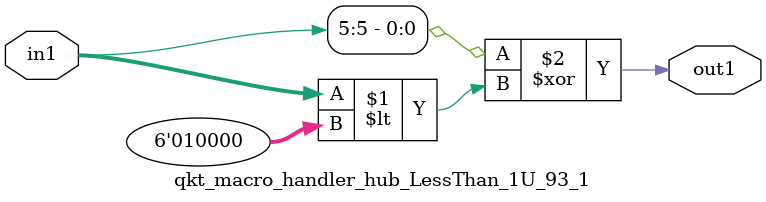
<source format=v>

`timescale 1ps / 1ps


module qkt_macro_handler_hub_LessThan_1U_93_1( in1, out1 );

    input [5:0] in1;
    output out1;

    
    // rtl_process:qkv_macro_handler_hub_LessThan_1U_11_1/qkv_macro_handler_hub_LessThan_1U_11_1_thread_1
    assign out1 = (in1[5] ^ in1 < 6'd16);

endmodule





</source>
